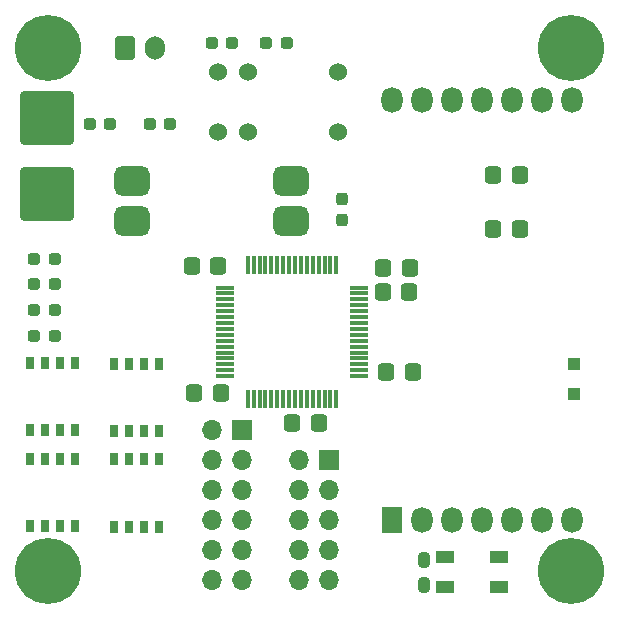
<source format=gts>
G04 #@! TF.GenerationSoftware,KiCad,Pcbnew,7.0.9*
G04 #@! TF.CreationDate,2024-07-05T17:08:16+09:00*
G04 #@! TF.ProjectId,YAMADAmain_correct,59414d41-4441-46d6-9169-6e5f636f7272,rev?*
G04 #@! TF.SameCoordinates,Original*
G04 #@! TF.FileFunction,Soldermask,Top*
G04 #@! TF.FilePolarity,Negative*
%FSLAX46Y46*%
G04 Gerber Fmt 4.6, Leading zero omitted, Abs format (unit mm)*
G04 Created by KiCad (PCBNEW 7.0.9) date 2024-07-05 17:08:16*
%MOMM*%
%LPD*%
G01*
G04 APERTURE LIST*
G04 Aperture macros list*
%AMRoundRect*
0 Rectangle with rounded corners*
0 $1 Rounding radius*
0 $2 $3 $4 $5 $6 $7 $8 $9 X,Y pos of 4 corners*
0 Add a 4 corners polygon primitive as box body*
4,1,4,$2,$3,$4,$5,$6,$7,$8,$9,$2,$3,0*
0 Add four circle primitives for the rounded corners*
1,1,$1+$1,$2,$3*
1,1,$1+$1,$4,$5*
1,1,$1+$1,$6,$7*
1,1,$1+$1,$8,$9*
0 Add four rect primitives between the rounded corners*
20,1,$1+$1,$2,$3,$4,$5,0*
20,1,$1+$1,$4,$5,$6,$7,0*
20,1,$1+$1,$6,$7,$8,$9,0*
20,1,$1+$1,$8,$9,$2,$3,0*%
G04 Aperture macros list end*
%ADD10O,1.800000X2.200000*%
%ADD11R,1.800000X2.200000*%
%ADD12RoundRect,0.292875X0.394625X0.432125X-0.394625X0.432125X-0.394625X-0.432125X0.394625X-0.432125X0*%
%ADD13RoundRect,0.075000X0.700000X-0.075000X0.700000X0.075000X-0.700000X0.075000X-0.700000X-0.075000X0*%
%ADD14RoundRect,0.075000X0.075000X-0.700000X0.075000X0.700000X-0.075000X0.700000X-0.075000X-0.700000X0*%
%ADD15RoundRect,0.237500X0.237500X-0.400000X0.237500X0.400000X-0.237500X0.400000X-0.237500X-0.400000X0*%
%ADD16C,1.000000*%
%ADD17C,5.600000*%
%ADD18C,1.524000*%
%ADD19RoundRect,0.625000X-0.875000X-0.625000X0.875000X-0.625000X0.875000X0.625000X-0.875000X0.625000X0*%
%ADD20RoundRect,0.237500X-0.287500X-0.237500X0.287500X-0.237500X0.287500X0.237500X-0.287500X0.237500X0*%
%ADD21R,0.760000X1.100000*%
%ADD22R,1.700000X1.700000*%
%ADD23O,1.700000X1.700000*%
%ADD24RoundRect,0.292875X-0.394625X-0.432125X0.394625X-0.432125X0.394625X0.432125X-0.394625X0.432125X0*%
%ADD25RoundRect,0.237500X0.287500X0.237500X-0.287500X0.237500X-0.287500X-0.237500X0.287500X-0.237500X0*%
%ADD26RoundRect,0.225000X2.025000X-2.025000X2.025000X2.025000X-2.025000X2.025000X-2.025000X-2.025000X0*%
%ADD27C,1.600000*%
%ADD28R,1.500000X1.000000*%
%ADD29RoundRect,0.237500X0.237500X-0.287500X0.237500X0.287500X-0.237500X0.287500X-0.237500X-0.287500X0*%
%ADD30R,1.000000X1.000000*%
%ADD31O,1.700000X2.000000*%
%ADD32RoundRect,0.250000X-0.600000X-0.750000X0.600000X-0.750000X0.600000X0.750000X-0.600000X0.750000X0*%
G04 APERTURE END LIST*
D10*
X145362000Y-74676000D03*
X147902000Y-74676000D03*
X150442000Y-74676000D03*
X152982000Y-74676000D03*
X155522000Y-74676000D03*
X158062000Y-74676000D03*
X160602000Y-74676000D03*
X160602000Y-110236000D03*
X158062000Y-110236000D03*
X155522000Y-110236000D03*
X152982000Y-110236000D03*
X150442000Y-110236000D03*
X147902000Y-110236000D03*
D11*
X145362000Y-110236000D03*
D12*
X130860000Y-99560000D03*
X128585000Y-99560000D03*
D13*
X131212600Y-98095000D03*
X131212600Y-97595000D03*
X131212600Y-97095000D03*
X131212600Y-96595000D03*
X131212600Y-96095000D03*
X131212600Y-95595000D03*
X131212600Y-95095000D03*
X131212600Y-94595000D03*
X131212600Y-94095000D03*
X131212600Y-93595000D03*
X131212600Y-93095000D03*
X131212600Y-92595000D03*
X131212600Y-92095000D03*
X131212600Y-91595000D03*
X131212600Y-91095000D03*
X131212600Y-90595000D03*
D14*
X133137600Y-88670000D03*
X133637600Y-88670000D03*
X134137600Y-88670000D03*
X134637600Y-88670000D03*
X135137600Y-88670000D03*
X135637600Y-88670000D03*
X136137600Y-88670000D03*
X136637600Y-88670000D03*
X137137600Y-88670000D03*
X137637600Y-88670000D03*
X138137600Y-88670000D03*
X138637600Y-88670000D03*
X139137600Y-88670000D03*
X139637600Y-88670000D03*
X140137600Y-88670000D03*
X140637600Y-88670000D03*
D13*
X142562600Y-90595000D03*
X142562600Y-91095000D03*
X142562600Y-91595000D03*
X142562600Y-92095000D03*
X142562600Y-92595000D03*
X142562600Y-93095000D03*
X142562600Y-93595000D03*
X142562600Y-94095000D03*
X142562600Y-94595000D03*
X142562600Y-95095000D03*
X142562600Y-95595000D03*
X142562600Y-96095000D03*
X142562600Y-96595000D03*
X142562600Y-97095000D03*
X142562600Y-97595000D03*
X142562600Y-98095000D03*
D14*
X140637600Y-100020000D03*
X140137600Y-100020000D03*
X139637600Y-100020000D03*
X139137600Y-100020000D03*
X138637600Y-100020000D03*
X138137600Y-100020000D03*
X137637600Y-100020000D03*
X137137600Y-100020000D03*
X136637600Y-100020000D03*
X136137600Y-100020000D03*
X135637600Y-100020000D03*
X135137600Y-100020000D03*
X134637600Y-100020000D03*
X134137600Y-100020000D03*
X133637600Y-100020000D03*
X133137600Y-100020000D03*
D15*
X148054400Y-113623900D03*
X148054400Y-115748900D03*
D12*
X128385000Y-88760000D03*
X130660000Y-88760000D03*
D16*
X114040000Y-70310000D03*
X114684370Y-68754370D03*
X114684370Y-71865630D03*
X116240000Y-68110000D03*
D17*
X116240000Y-70310000D03*
D16*
X116240000Y-72510000D03*
X117795630Y-68754370D03*
X117795630Y-71865630D03*
X118440000Y-70310000D03*
D18*
X140790000Y-72320000D03*
X133170000Y-72320000D03*
X130630000Y-72320000D03*
X140790000Y-77400000D03*
X133170000Y-77400000D03*
X130630000Y-77400000D03*
D19*
X123310000Y-81560000D03*
X123310000Y-84960000D03*
X136810000Y-81560000D03*
X136810000Y-84960000D03*
D20*
X131835000Y-69850000D03*
X130085000Y-69850000D03*
D21*
X121850000Y-97028000D03*
X123120000Y-97028000D03*
X124390000Y-97028000D03*
X125660000Y-97028000D03*
X125660000Y-102727998D03*
X124390000Y-102727998D03*
X123120000Y-102727998D03*
X121850000Y-102727998D03*
D22*
X132642000Y-102616000D03*
D23*
X130102000Y-102616000D03*
X132642000Y-105156000D03*
X130102000Y-105156000D03*
X132642000Y-107696000D03*
X130102000Y-107696000D03*
X132642000Y-110236000D03*
X130102000Y-110236000D03*
X132642000Y-112776000D03*
X130102000Y-112776000D03*
X132642000Y-115316000D03*
X130102000Y-115316000D03*
D24*
X144860000Y-97760000D03*
X147135000Y-97760000D03*
D20*
X121513400Y-76708000D03*
X119763400Y-76708000D03*
D25*
X115039000Y-90322400D03*
X116789000Y-90322400D03*
D20*
X136435000Y-69850000D03*
X134685000Y-69850000D03*
D16*
X158310000Y-70310000D03*
X158954370Y-68754370D03*
X158954370Y-71865630D03*
X160510000Y-68110000D03*
D17*
X160510000Y-70310000D03*
D16*
X160510000Y-72510000D03*
X162065630Y-68754370D03*
X162065630Y-71865630D03*
X162710000Y-70310000D03*
D23*
X137488000Y-115316000D03*
X140028000Y-115316000D03*
X137488000Y-112776000D03*
X140028000Y-112776000D03*
X137488000Y-110236000D03*
X140028000Y-110236000D03*
X137488000Y-107696000D03*
X140028000Y-107696000D03*
X137488000Y-105156000D03*
D22*
X140028000Y-105156000D03*
D26*
X116152000Y-76200000D03*
D27*
X116152000Y-76200000D03*
D26*
X116152000Y-82700000D03*
D27*
X116152000Y-82700000D03*
D28*
X154418400Y-115936400D03*
X154418400Y-113436400D03*
X149818400Y-115936400D03*
X149818400Y-113436400D03*
D16*
X114010000Y-114610000D03*
X114654370Y-113054370D03*
X114654370Y-116165630D03*
X116210000Y-112410000D03*
D17*
X116210000Y-114610000D03*
D16*
X116210000Y-116810000D03*
X117765630Y-113054370D03*
X117765630Y-116165630D03*
X118410000Y-114610000D03*
D25*
X115039000Y-92506800D03*
X116789000Y-92506800D03*
D24*
X144560000Y-88925000D03*
X146835000Y-88925000D03*
D16*
X158310000Y-114610000D03*
X158954370Y-113054370D03*
X158954370Y-116165630D03*
X160510000Y-112410000D03*
D17*
X160510000Y-114610000D03*
D16*
X160510000Y-116810000D03*
X162065630Y-113054370D03*
X162065630Y-116165630D03*
X162710000Y-114610000D03*
D29*
X141128000Y-84862000D03*
X141128000Y-83112000D03*
D21*
X114729600Y-105105200D03*
X115999600Y-105105200D03*
X117269600Y-105105200D03*
X118539600Y-105105200D03*
X118539600Y-110805198D03*
X117269600Y-110805198D03*
X115999600Y-110805198D03*
X114729600Y-110805198D03*
D12*
X153885000Y-81068000D03*
X156160000Y-81068000D03*
D20*
X126593400Y-76708000D03*
X124843400Y-76708000D03*
D25*
X115039000Y-94691200D03*
X116789000Y-94691200D03*
D21*
X121799200Y-105150801D03*
X123069200Y-105150801D03*
X124339200Y-105150801D03*
X125609200Y-105150801D03*
X125609200Y-110850799D03*
X124339200Y-110850799D03*
X123069200Y-110850799D03*
X121799200Y-110850799D03*
D30*
X160724000Y-97068000D03*
X160724000Y-99568000D03*
D24*
X144550800Y-90957000D03*
X146825800Y-90957000D03*
D31*
X125276000Y-70341000D03*
D32*
X122776000Y-70341000D03*
D25*
X115039000Y-88176000D03*
X116789000Y-88176000D03*
D12*
X153885000Y-85640000D03*
X156160000Y-85640000D03*
D21*
X114729600Y-96972001D03*
X115999600Y-96972001D03*
X117269600Y-96972001D03*
X118539600Y-96972001D03*
X118539600Y-102671999D03*
X117269600Y-102671999D03*
X115999600Y-102671999D03*
X114729600Y-102671999D03*
D12*
X136885000Y-102060000D03*
X139160000Y-102060000D03*
M02*

</source>
